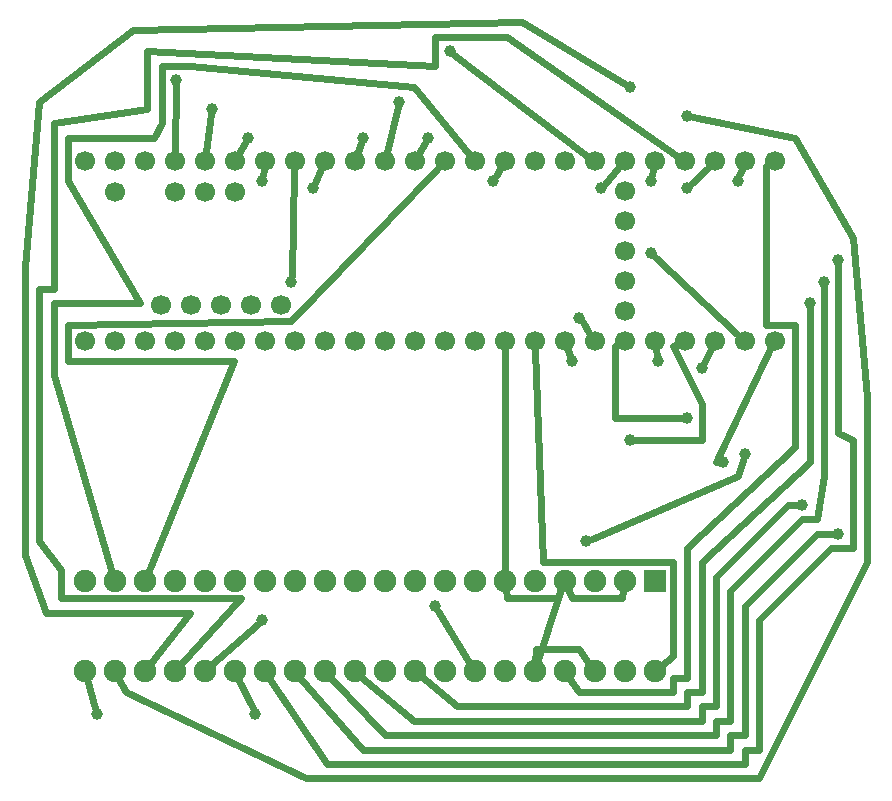
<source format=gtl>
G04 MADE WITH FRITZING*
G04 WWW.FRITZING.ORG*
G04 DOUBLE SIDED*
G04 HOLES PLATED*
G04 CONTOUR ON CENTER OF CONTOUR VECTOR*
%ASAXBY*%
%FSLAX23Y23*%
%MOIN*%
%OFA0B0*%
%SFA1.0B1.0*%
%ADD10C,0.066888*%
%ADD11C,0.075000*%
%ADD12C,0.039370*%
%ADD13R,0.075000X0.075000*%
%ADD14C,0.024000*%
%LNCOPPER1*%
G90*
G70*
G54D10*
X1971Y2550D03*
X1871Y2550D03*
X1771Y2550D03*
X1671Y2550D03*
X1571Y2550D03*
X1471Y2550D03*
X1371Y2550D03*
X1271Y2550D03*
X1171Y2550D03*
X1071Y2550D03*
X971Y2550D03*
X871Y2550D03*
X771Y2550D03*
X671Y2550D03*
X771Y2447D03*
X1071Y2447D03*
X971Y2447D03*
X1971Y1950D03*
X1871Y1950D03*
X1771Y1950D03*
X1671Y1950D03*
X1571Y1950D03*
X1471Y1950D03*
X1371Y1950D03*
X1271Y1950D03*
X1171Y1950D03*
X1071Y1950D03*
X971Y1950D03*
X871Y1950D03*
X771Y1950D03*
X671Y1950D03*
X1171Y2447D03*
X2471Y2150D03*
X2471Y2050D03*
X2471Y2250D03*
X2471Y2450D03*
X2471Y2350D03*
X2971Y2550D03*
X2871Y2550D03*
X2771Y2550D03*
X2671Y2550D03*
X2571Y2550D03*
X2471Y2550D03*
X2371Y2550D03*
X2271Y2550D03*
X2171Y2550D03*
X2071Y2550D03*
X2971Y1950D03*
X2871Y1950D03*
X2771Y1950D03*
X2671Y1950D03*
X2571Y1950D03*
X2471Y1950D03*
X2371Y1950D03*
X2271Y1950D03*
X2171Y1950D03*
X2071Y1950D03*
X1325Y2071D03*
X1225Y2071D03*
X1125Y2071D03*
X1025Y2071D03*
X925Y2071D03*
X1971Y2550D03*
X1871Y2550D03*
X1771Y2550D03*
X1671Y2550D03*
X1571Y2550D03*
X1471Y2550D03*
X1371Y2550D03*
X1271Y2550D03*
X1171Y2550D03*
X1071Y2550D03*
X971Y2550D03*
X871Y2550D03*
X771Y2550D03*
X671Y2550D03*
X771Y2447D03*
X1071Y2447D03*
X971Y2447D03*
X1971Y1950D03*
X1871Y1950D03*
X1771Y1950D03*
X1671Y1950D03*
X1571Y1950D03*
X1471Y1950D03*
X1371Y1950D03*
X1271Y1950D03*
X1171Y1950D03*
X1071Y1950D03*
X971Y1950D03*
X871Y1950D03*
X771Y1950D03*
X671Y1950D03*
X1171Y2447D03*
X2471Y2150D03*
X2471Y2050D03*
X2471Y2250D03*
X2471Y2450D03*
X2471Y2350D03*
X2971Y2550D03*
X2871Y2550D03*
X2771Y2550D03*
X2671Y2550D03*
X2571Y2550D03*
X2471Y2550D03*
X2371Y2550D03*
X2271Y2550D03*
X2171Y2550D03*
X2071Y2550D03*
X2971Y1950D03*
X2871Y1950D03*
X2771Y1950D03*
X2671Y1950D03*
X2571Y1950D03*
X2471Y1950D03*
X2371Y1950D03*
X2271Y1950D03*
X2171Y1950D03*
X2071Y1950D03*
X1325Y2071D03*
X1225Y2071D03*
X1125Y2071D03*
X1025Y2071D03*
X925Y2071D03*
G54D11*
X2571Y1150D03*
X2571Y850D03*
X2471Y1150D03*
X2471Y850D03*
X2371Y1150D03*
X2371Y850D03*
X2271Y1150D03*
X2271Y850D03*
X2171Y1150D03*
X2171Y850D03*
X2071Y1150D03*
X2071Y850D03*
X1971Y1150D03*
X1971Y850D03*
X1871Y1150D03*
X1871Y850D03*
X1771Y1150D03*
X1771Y850D03*
X1671Y1150D03*
X1671Y850D03*
X1571Y1150D03*
X1571Y850D03*
X1471Y1150D03*
X1471Y850D03*
X1371Y1150D03*
X1371Y850D03*
X1271Y1150D03*
X1271Y850D03*
X1171Y1150D03*
X1171Y850D03*
X1071Y1150D03*
X1071Y850D03*
X971Y1150D03*
X971Y850D03*
X871Y1150D03*
X871Y850D03*
X771Y1150D03*
X771Y850D03*
X671Y1150D03*
X671Y850D03*
G54D12*
X3064Y1404D03*
X2584Y1884D03*
X3136Y2148D03*
X2488Y1620D03*
X2728Y1860D03*
X3184Y1308D03*
X1816Y2628D03*
X2680Y1692D03*
X2848Y2484D03*
X1840Y1068D03*
X1720Y2748D03*
X2320Y2028D03*
X3088Y2076D03*
X976Y2820D03*
X1600Y2628D03*
X2296Y1884D03*
X1096Y2724D03*
X1360Y2148D03*
X1432Y2460D03*
X1264Y2484D03*
X1216Y2628D03*
X2560Y2484D03*
X2488Y2796D03*
X2680Y2460D03*
X1264Y1020D03*
X2392Y2460D03*
X2680Y2700D03*
X1888Y2916D03*
X2560Y2244D03*
X3184Y2220D03*
X1240Y708D03*
X2800Y1548D03*
X712Y708D03*
X2872Y1572D03*
X2344Y1284D03*
X2032Y2484D03*
G54D13*
X2571Y1150D03*
G54D14*
X1361Y2167D02*
X1370Y2519D01*
D02*
X1440Y2477D02*
X1459Y2522D01*
D02*
X1266Y2502D02*
X1268Y2519D01*
D02*
X1207Y2611D02*
X1186Y2576D01*
D02*
X1593Y2610D02*
X1582Y2579D01*
D02*
X2593Y868D02*
X2632Y900D01*
D02*
X2632Y900D02*
X2632Y1212D01*
D02*
X2632Y1212D02*
X2200Y1212D01*
D02*
X2200Y1212D02*
X2172Y1919D01*
D02*
X2282Y1921D02*
X2289Y1901D01*
D02*
X1093Y2705D02*
X1075Y2580D01*
D02*
X1716Y2729D02*
X1678Y2580D01*
D02*
X2287Y826D02*
X2320Y780D01*
D02*
X2320Y780D02*
X2632Y780D01*
D02*
X2632Y780D02*
X2632Y828D01*
D02*
X2632Y828D02*
X2680Y828D01*
D02*
X2680Y828D02*
X2680Y1260D01*
D02*
X2680Y1260D02*
X3040Y1596D01*
D02*
X3040Y1596D02*
X3040Y2004D01*
D02*
X3040Y2004D02*
X2944Y2004D01*
D02*
X2944Y2004D02*
X2944Y2532D01*
D02*
X2944Y2532D02*
X2945Y2532D01*
D02*
X1793Y832D02*
X1912Y732D01*
D02*
X1912Y732D02*
X2680Y732D01*
D02*
X2680Y732D02*
X2680Y780D01*
D02*
X2680Y780D02*
X2728Y780D01*
D02*
X2728Y780D02*
X2728Y1212D01*
D02*
X2728Y1212D02*
X3088Y1548D01*
D02*
X3088Y1548D02*
X3088Y2057D01*
D02*
X2331Y2012D02*
X2354Y1976D01*
D02*
X976Y2801D02*
X971Y2581D01*
D02*
X1807Y2611D02*
X1786Y2576D01*
D02*
X881Y1176D02*
X1168Y1884D01*
D02*
X1168Y1884D02*
X616Y1884D01*
D02*
X616Y1884D02*
X616Y2004D01*
D02*
X616Y2004D02*
X1360Y2016D01*
D02*
X1360Y2016D02*
X1849Y2528D01*
D02*
X2661Y1692D02*
X2440Y1692D01*
D02*
X2440Y1692D02*
X2440Y1932D01*
D02*
X2440Y1932D02*
X2444Y1934D01*
D02*
X1956Y874D02*
X1850Y1051D01*
D02*
X2854Y2502D02*
X2861Y2521D01*
D02*
X762Y1177D02*
X568Y1836D01*
D02*
X568Y1836D02*
X568Y2076D01*
D02*
X568Y2076D02*
X856Y2076D01*
D02*
X856Y2076D02*
X616Y2484D01*
D02*
X616Y2484D02*
X616Y2628D01*
D02*
X616Y2628D02*
X904Y2628D01*
D02*
X904Y2628D02*
X928Y2676D01*
D02*
X928Y2676D02*
X928Y2868D01*
D02*
X928Y2868D02*
X1024Y2868D01*
D02*
X1024Y2868D02*
X1768Y2796D01*
D02*
X1768Y2796D02*
X1951Y2574D01*
D02*
X2577Y1920D02*
X2580Y1902D01*
D02*
X3045Y1404D02*
X3016Y1404D01*
D02*
X3016Y1404D02*
X2776Y1164D01*
D02*
X2776Y1164D02*
X2776Y732D01*
D02*
X2776Y732D02*
X2728Y732D01*
D02*
X2728Y732D02*
X2728Y684D01*
D02*
X2728Y684D02*
X1768Y684D01*
D02*
X1768Y684D02*
X1592Y831D01*
D02*
X2643Y1937D02*
X2632Y1932D01*
D02*
X2632Y1932D02*
X2728Y1740D01*
D02*
X2728Y1740D02*
X2728Y1620D01*
D02*
X2728Y1620D02*
X2507Y1620D01*
D02*
X3136Y2129D02*
X3136Y1500D01*
D02*
X3136Y1500D02*
X3112Y1356D01*
D02*
X3112Y1356D02*
X3064Y1356D01*
D02*
X3064Y1356D02*
X2824Y1116D01*
D02*
X2824Y1116D02*
X2824Y684D01*
D02*
X2824Y684D02*
X2776Y684D01*
D02*
X2776Y684D02*
X2776Y636D01*
D02*
X2776Y636D02*
X1672Y636D01*
D02*
X1672Y636D02*
X1490Y829D01*
D02*
X1389Y828D02*
X1600Y588D01*
D02*
X1600Y588D02*
X2824Y588D01*
D02*
X2824Y588D02*
X2824Y636D01*
D02*
X2824Y636D02*
X2872Y636D01*
D02*
X2872Y636D02*
X2872Y1068D01*
D02*
X2872Y1068D02*
X3112Y1308D01*
D02*
X3112Y1308D02*
X3165Y1308D01*
D02*
X2736Y1877D02*
X2758Y1922D01*
D02*
X1903Y2904D02*
X2346Y2568D01*
D02*
X1287Y826D02*
X1480Y540D01*
D02*
X1480Y540D02*
X2872Y540D01*
D02*
X2872Y540D02*
X2872Y588D01*
D02*
X2872Y588D02*
X2920Y588D01*
D02*
X2920Y588D02*
X2920Y1020D01*
D02*
X2920Y1020D02*
X3160Y1260D01*
D02*
X3160Y1260D02*
X3232Y1260D01*
D02*
X3232Y1260D02*
X3232Y1620D01*
D02*
X3232Y1620D02*
X3184Y1644D01*
D02*
X3184Y1644D02*
X3184Y2201D01*
D02*
X2574Y2231D02*
X2848Y1971D01*
D02*
X990Y871D02*
X1192Y1092D01*
D02*
X1192Y1092D02*
X592Y1092D01*
D02*
X592Y1092D02*
X592Y1188D01*
D02*
X592Y1188D02*
X520Y1284D01*
D02*
X520Y1284D02*
X520Y2124D01*
D02*
X520Y2124D02*
X568Y2124D01*
D02*
X568Y2124D02*
X568Y2676D01*
D02*
X568Y2676D02*
X880Y2724D01*
D02*
X880Y2724D02*
X880Y2916D01*
D02*
X880Y2916D02*
X1840Y2868D01*
D02*
X1840Y2868D02*
X1840Y2964D01*
D02*
X1840Y2964D02*
X2080Y2964D01*
D02*
X2080Y2964D02*
X2645Y2567D01*
D02*
X784Y825D02*
X808Y780D01*
D02*
X808Y780D02*
X1408Y492D01*
D02*
X1408Y492D02*
X2920Y492D01*
D02*
X2920Y492D02*
X3280Y1212D01*
D02*
X3280Y1212D02*
X3280Y1764D01*
D02*
X3280Y1764D02*
X3232Y2292D01*
D02*
X3232Y2292D02*
X3040Y2628D01*
D02*
X3040Y2628D02*
X2699Y2696D01*
D02*
X2405Y2474D02*
X2450Y2527D01*
D02*
X1092Y869D02*
X1250Y1007D01*
D02*
X2694Y2473D02*
X2749Y2528D01*
D02*
X2957Y1922D02*
X2776Y1548D01*
D02*
X2776Y1548D02*
X2781Y1548D01*
D02*
X1232Y725D02*
X1183Y824D01*
D02*
X2055Y2523D02*
X2042Y2500D01*
D02*
X2362Y1291D02*
X2848Y1500D01*
D02*
X2848Y1500D02*
X2866Y1554D01*
D02*
X707Y726D02*
X679Y822D01*
D02*
X2075Y1122D02*
X2080Y1092D01*
D02*
X2080Y1092D02*
X2248Y1092D01*
D02*
X2248Y1092D02*
X2260Y1123D01*
D02*
X2467Y1121D02*
X2464Y1092D01*
D02*
X2464Y1092D02*
X2296Y1092D01*
D02*
X2296Y1092D02*
X2282Y1124D01*
D02*
X2179Y877D02*
X2248Y1092D01*
D02*
X2354Y873D02*
X2320Y924D01*
D02*
X2320Y924D02*
X2176Y924D01*
D02*
X2176Y924D02*
X2173Y878D01*
D02*
X2071Y1919D02*
X2071Y1178D01*
D02*
X888Y872D02*
X1024Y1044D01*
D02*
X1024Y1044D02*
X544Y1044D01*
D02*
X544Y1044D02*
X472Y1236D01*
D02*
X472Y1236D02*
X472Y2196D01*
D02*
X472Y2196D02*
X520Y2748D01*
D02*
X520Y2748D02*
X832Y2988D01*
D02*
X832Y2988D02*
X2128Y3012D01*
D02*
X2128Y3012D02*
X2472Y2805D01*
D02*
X2563Y2502D02*
X2566Y2520D01*
G04 End of Copper1*
M02*
</source>
